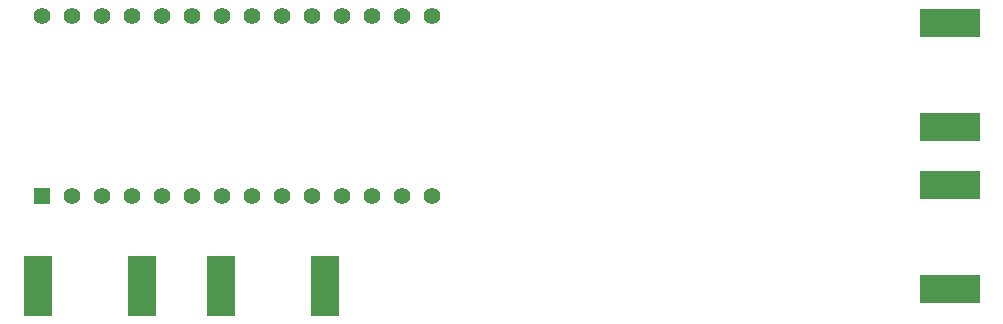
<source format=gbs>
%FSLAX34Y34*%
G04 Gerber Fmt 3.4, Leading zero omitted, Abs format*
G04 (created by PCBNEW (2014-03-19 BZR 4756)-product) date Thu 19 Jun 2014 10:11:17 PM AKDT*
%MOIN*%
G01*
G70*
G90*
G04 APERTURE LIST*
%ADD10C,0.005906*%
%ADD11R,0.055000X0.055000*%
%ADD12C,0.055000*%
%ADD13R,0.094488X0.200787*%
%ADD14R,0.200787X0.094488*%
G04 APERTURE END LIST*
G54D10*
G54D11*
X46700Y-32300D03*
G54D12*
X47700Y-32300D03*
X48700Y-32300D03*
X49700Y-32300D03*
X50700Y-32300D03*
X51700Y-32300D03*
X52700Y-32300D03*
X53700Y-32300D03*
X54700Y-32300D03*
X55700Y-32300D03*
X56700Y-32300D03*
X57700Y-32300D03*
X58700Y-32300D03*
X59700Y-32300D03*
X59700Y-26300D03*
X58700Y-26300D03*
X57700Y-26300D03*
X56700Y-26300D03*
X55700Y-26300D03*
X54700Y-26300D03*
X53700Y-26300D03*
X52700Y-26300D03*
X51700Y-26300D03*
X50700Y-26300D03*
X49700Y-26300D03*
X48700Y-26300D03*
X47700Y-26300D03*
X46700Y-26300D03*
G54D13*
X50032Y-35300D03*
X46567Y-35300D03*
X52667Y-35300D03*
X56132Y-35300D03*
G54D14*
X76950Y-29982D03*
X76950Y-26517D03*
X76950Y-35382D03*
X76950Y-31917D03*
M02*

</source>
